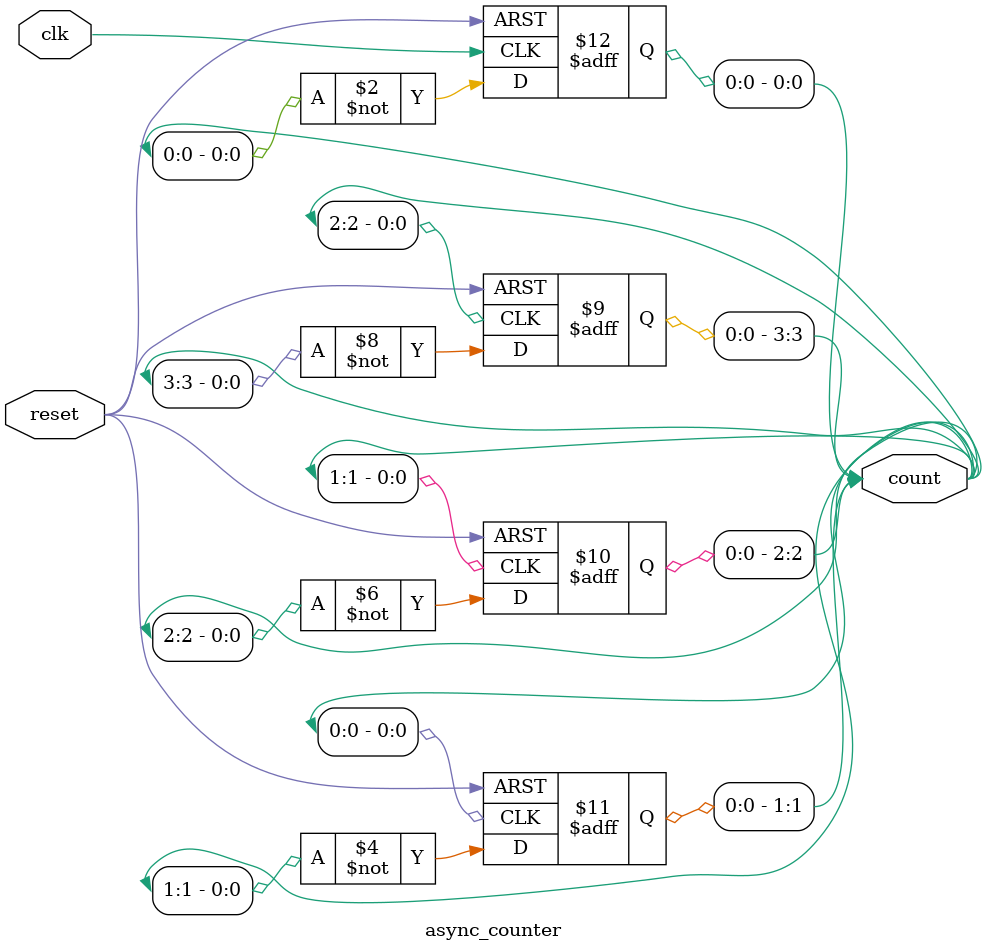
<source format=v>
module async_counter (
    input clk,
    input reset,
    output reg [3:0] count
);
    always @(posedge clk or posedge reset) begin
        if (reset)
            count[0] <= 0;
        else
            count[0] <= ~count[0];
    end

    always @(posedge count[0] or posedge reset) begin
        if (reset)
            count[1] <= 0;
        else
            count[1] <= ~count[1];
    end

    always @(posedge count[1] or posedge reset) begin
        if (reset)
            count[2] <= 0;
        else
            count[2] <= ~count[2];
    end

    always @(posedge count[2] or posedge reset) begin
        if (reset)
            count[3] <= 0;
        else
            count[3] <= ~count[3];
    end
endmodule

</source>
